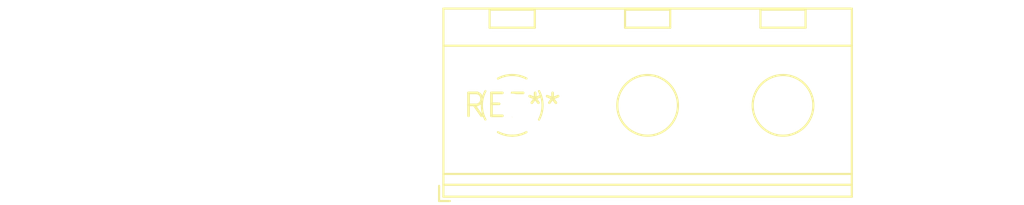
<source format=kicad_pcb>
(kicad_pcb (version 20240108) (generator pcbnew)
  (layers (0 "F.Cu" signal) (31 "B.Cu" signal) (34 "B.Paste" user) (35 "F.Paste" user) (36 "B.SilkS" user "B.Silkscreen") (37 "F.SilkS" user "F.Silkscreen") (38 "B.Mask" user) (39 "F.Mask" user) (44 "Edge.Cuts" user))
  (net 0 "")
  (footprint "TerminalBlock_RND_205-00068_1x03_P7.50mm_Horizontal" (layer "F.Cu") (at 0 0)
    (property "Reference" "REF**")
    (property "Value" "TerminalBlock_RND_205-00068_1x03_P7.50mm_Horizontal")
    (fp_line (start -4.05 4.46) (end -4.05 5.3) (layer "F.SilkS") (stroke (width 0.12)))
    (fp_line (start -4.05 5.3) (end -3.45 5.3) (layer "F.SilkS") (stroke (width 0.12)))
    (fp_line (start -3.81 -5.36) (end -3.81 5.06) (layer "F.SilkS") (stroke (width 0.12)))
    (fp_line (start -3.81 -5.36) (end 18.811 -5.36) (layer "F.SilkS") (stroke (width 0.12)))
    (fp_line (start -3.81 -3.301) (end 18.811 -3.301) (layer "F.SilkS") (stroke (width 0.12)))
    (fp_line (start -3.81 3.8) (end 18.811 3.8) (layer "F.SilkS") (stroke (width 0.12)))
    (fp_line (start -3.81 4.4) (end 18.811 4.4) (layer "F.SilkS") (stroke (width 0.12)))
    (fp_line (start -3.81 5.06) (end 18.811 5.06) (layer "F.SilkS") (stroke (width 0.12)))
    (fp_line (start -1.25 -5.301) (end -1.25 -4.301) (layer "F.SilkS") (stroke (width 0.12)))
    (fp_line (start -1.25 -5.301) (end 1.25 -5.301) (layer "F.SilkS") (stroke (width 0.12)))
    (fp_line (start -1.25 -4.301) (end 1.25 -4.301) (layer "F.SilkS") (stroke (width 0.12)))
    (fp_line (start 1.25 -5.301) (end 1.25 -4.301) (layer "F.SilkS") (stroke (width 0.12)))
    (fp_line (start 6.25 -5.301) (end 6.25 -4.301) (layer "F.SilkS") (stroke (width 0.12)))
    (fp_line (start 6.25 -5.301) (end 8.75 -5.301) (layer "F.SilkS") (stroke (width 0.12)))
    (fp_line (start 6.25 -4.301) (end 8.75 -4.301) (layer "F.SilkS") (stroke (width 0.12)))
    (fp_line (start 8.75 -5.301) (end 8.75 -4.301) (layer "F.SilkS") (stroke (width 0.12)))
    (fp_line (start 13.75 -5.301) (end 13.75 -4.301) (layer "F.SilkS") (stroke (width 0.12)))
    (fp_line (start 13.75 -5.301) (end 16.25 -5.301) (layer "F.SilkS") (stroke (width 0.12)))
    (fp_line (start 13.75 -4.301) (end 16.25 -4.301) (layer "F.SilkS") (stroke (width 0.12)))
    (fp_line (start 16.25 -5.301) (end 16.25 -4.301) (layer "F.SilkS") (stroke (width 0.12)))
    (fp_line (start 18.811 -5.36) (end 18.811 5.06) (layer "F.SilkS") (stroke (width 0.12)))
    (fp_arc (start -1.483953 0.789089) (mid -1.680708 5e-05) (end -1.484 -0.789) (layer "F.SilkS") (stroke (width 0.12)))
    (fp_arc (start -0.789089 -1.483953) (mid -5e-05 -1.680708) (end 0.789 -1.484) (layer "F.SilkS") (stroke (width 0.12)))
    (fp_arc (start 0.029383 1.68045) (mid -0.392304 1.634281) (end -0.789 1.484) (layer "F.SilkS") (stroke (width 0.12)))
    (fp_arc (start 0.788712 1.483352) (mid 0.406429 1.630097) (end 0 1.68) (layer "F.SilkS") (stroke (width 0.12)))
    (fp_arc (start 1.483953 -0.789089) (mid 1.680708 -5e-05) (end 1.484 0.789) (layer "F.SilkS") (stroke (width 0.12)))
    (fp_circle (center 7.5 0) (end 9.18 0) (layer "F.SilkS") (stroke (width 0.12)) (fill none))
    (fp_circle (center 15 0) (end 16.68 0) (layer "F.SilkS") (stroke (width 0.12)) (fill none))
    (pad "1" thru_hole rect (at 0 0) (size 2.5 2.5) (drill 1.3) (layers *.Cu *.Mask) (remove_unused_layers))
    (pad "2" thru_hole circle (at 7.5 0) (size 2.5 2.5) (drill 1.3) (layers *.Cu *.Mask) (remove_unused_layers))
    (pad "3" thru_hole circle (at 15 0) (size 2.5 2.5) (drill 1.3) (layers *.Cu *.Mask) (remove_unused_layers))
  )
)
</source>
